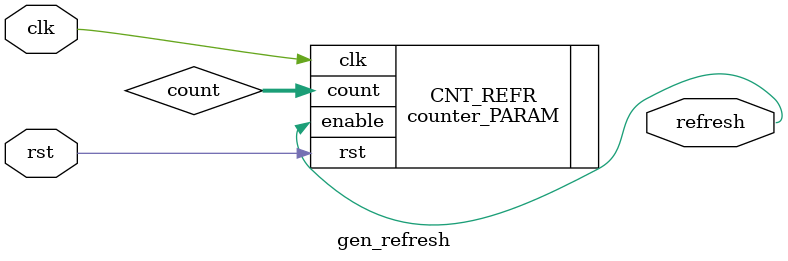
<source format=v>
`timescale 1ns / 1ps

module gen_refresh #(
                     parameter MAX=1000000
                     )(
                    input wire clk, rst,
                    output wire refresh
                    );

wire [$clog2(MAX-1):0] count;

counter_PARAM #(.CNT_MAX(MAX)) CNT_REFR(.clk(clk), .rst(rst),.enable(refresh),.count(count));
   
endmodule

</source>
